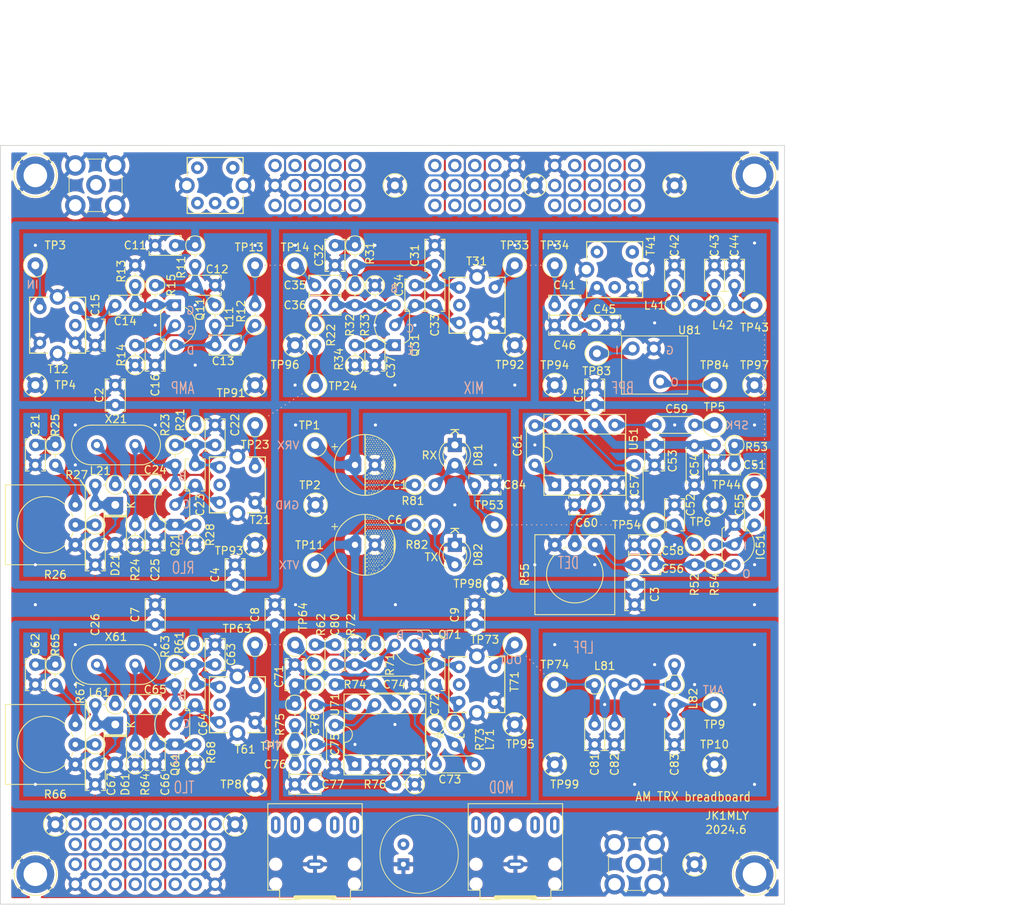
<source format=kicad_pcb>
(kicad_pcb (version 20221018) (generator pcbnew)
  (layers (0 "F.Cu" signal) (31 "B.Cu" signal) (34 "B.Paste" user) (35 "F.Paste" user) (36 "B.SilkS" user "B.Silkscreen") (37 "F.SilkS" user "F.Silkscreen") (38 "B.Mask" user) (39 "F.Mask" user) (44 "Edge.Cuts" user))
  (net 0 "")
  (net 1 "+9V")
  (net 2 "GND")
  (net 3 "Net-(Q11-D)")
  (net 4 "Net-(T12-PR1)")
  (net 5 "Net-(Q11-G)")
  (net 6 "Net-(Q11-S)")
  (net 7 "Net-(T21-PR1)")
  (net 8 "Net-(Q21-C)")
  (net 9 "Net-(Q21-B)")
  (net 10 "Net-(Q21-E)")
  (net 11 "Net-(D21-K)")
  (net 12 "Net-(T31-PR1)")
  (net 13 "Net-(Q31-C)")
  (net 14 "Net-(C35-Pad1)")
  (net 15 "Net-(Q31-B)")
  (net 16 "Net-(C36-Pad1)")
  (net 17 "Net-(Q31-E)")
  (net 18 "Net-(T31-S2)")
  (net 19 "Net-(C43-Pad1)")
  (net 20 "Net-(C44-Pad1)")
  (net 21 "Net-(U51-V+)")
  (net 22 "Net-(IC51-IN)")
  (net 23 "Net-(IC51-OUT)")
  (net 24 "Net-(C56-Pad2)")
  (net 25 "Net-(U51-BYPASS)")
  (net 26 "Net-(C59-Pad1)")
  (net 27 "Net-(C59-Pad2)")
  (net 28 "Net-(U51-+)")
  (net 29 "Net-(C61-Pad1)")
  (net 30 "Net-(C61-Pad2)")
  (net 31 "Net-(L21-Pad1)")
  (net 32 "Net-(T21-S2)")
  (net 33 "Net-(R25-Pad2)")
  (net 34 "Net-(R26-Pad2)")
  (net 36 "Net-(T12-S2)")
  (net 40 "Net-(T41-PR1)")
  (net 43 "Net-(T61-PR1)")
  (net 44 "Net-(Q61-C)")
  (net 45 "Net-(Q61-B)")
  (net 46 "Net-(Q61-E)")
  (net 47 "Net-(D61-K)")
  (net 48 "Net-(C73-Pad1)")
  (net 49 "Net-(U71-V+)")
  (net 50 "Net-(U71-BYPASS)")
  (net 51 "Net-(C76-Pad1)")
  (net 52 "Net-(U71-+)")
  (net 53 "Net-(C78-Pad1)")
  (net 54 "Net-(C78-Pad2)")
  (net 55 "Net-(C80-Pad1)")
  (net 56 "Net-(Q71-B)")
  (net 57 "Net-(T71-S2)")
  (net 58 "Net-(C82-Pad1)")
  (net 59 "Net-(C83-Pad1)")
  (net 60 "Net-(L61-Pad1)")
  (net 61 "Net-(Q71-C)")
  (net 62 "Net-(T61-S2)")
  (net 63 "Net-(R65-Pad2)")
  (net 64 "Net-(R66-Pad2)")
  (net 67 "Net-(R22-Pad2)")
  (net 68 "Net-(R62-Pad1)")
  (net 69 "Net-(R12-Pad2)")
  (net 70 "Net-(C52-Pad1)")
  (net 71 "Net-(C41-Pad1)")
  (net 72 "Net-(C81-Pad1)")
  (net 73 "Net-(C55-Pad1)")
  (net 74 "Net-(U81-IN)")
  (net 75 "Net-(U81-OUT)")
  (net 116 "Net-(T71-PR2)")
  (net 117 "Net-(C73-Pad2)")
  (net 118 "+9VA")
  (net 119 "Net-(D81-A)")
  (net 120 "Net-(D82-A)")
  (net 163 "Net-(C12-Pad1)")
  (net 164 "Net-(C13-Pad1)")
  (footprint "usr-Library:TestPoint_Drill3mm" (layer "F.Cu") (at 180.34 133.35)
    (fp_text reference "Z3" hide)
    (fp_text value "TestPoint")
  )
  (footprint "usr-Library:R_Axial_DIN0207_L6.3mm_D2.2mm_P2.54mm_Vertical" (layer "F.Cu") (at 193.04 91.44 90)
    (fp_text reference "R24")
    (fp_text value "47k")
  )
  (footprint "TestPoint:TestPoint_Loop_D2.50mm_Drill1.0mm" (layer "F.Cu") (at 213.36 104.14)
    (fp_text reference "TP64")
    (fp_text value "TestPoint")
  )
  (footprint "TestPoint:TestPoint_Loop_D2.50mm_Drill1.0mm" (layer "F.Cu") (at 208.28 121.92)
    (fp_text reference "TP8")
    (fp_text value "TestPoint")
  )
  (footprint "usr-Library:C_Disc_P2.54mm" (layer "F.Cu") (at 210.82 101.6 90)
    (fp_text reference "C8")
    (fp_text value "0.1u")
  )
  (footprint "usr-Library:C_Disc_P5.12mm" (layer "F.Cu") (at 264.16 78.82 -90)
    (fp_text reference "C54")
    (fp_text value "10u")
  )
  (footprint "TestPoint:TestPoint_Loop_D2.50mm_Drill1.0mm" (layer "F.Cu") (at 208.28 71.12)
    (fp_text reference "TP91")
    (fp_text value "TestPoint")
  )
  (footprint "usr-Library:C_Disc_P5.12mm" (layer "F.Cu") (at 218.44 114.38 -90)
    (fp_text reference "C75")
    (fp_text value "10u")
  )
  (footprint "usr-Library:R_Axial_DIN0207_L6.3mm_D2.2mm_P2.54mm_Vertical" (layer "F.Cu") (at 233.68 114.3 -90)
    (fp_text reference "L71")
    (fp_text value "10u")
  )
  (footprint "usr-Library:R_Axial_DIN0207_L6.3mm_D2.2mm_P2.54mm_Vertical" (layer "F.Cu") (at 190.5 111.76 180)
    (fp_text reference "L61")
    (fp_text value "10u")
  )
  (footprint "usr-Library:R_Axial_DIN0207_L6.3mm_D2.2mm_P2.54mm_Vertical" (layer "F.Cu") (at 228.6 121.92 180)
    (fp_text reference "R76")
    (fp_text value "100k")
  )
  (footprint "Package_TO_SOT_THT:TO-92_Inline_Wide" (layer "F.Cu") (at 198.12 116.84 90)
    (fp_text reference "Q61")
    (fp_text value "2SC1959")
  )
  (footprint "usr-Library:C_Disc_P2.54mm" (layer "F.Cu") (at 195.58 66.04 -90)
    (fp_text reference "C16")
    (fp_text value "1000p")
  )
  (footprint "usr-Library:univ_04x08" (layer "F.Cu") (at 185.42 132.08 90)
    (fp_text reference "J85" hide)
    (fp_text value "Univ_04x08")
  )
  (footprint "Package_DIP:DIP-8_W7.62mm_Socket" (layer "F.Cu") (at 220.98 119.38 90)
    (fp_text reference "U71")
    (fp_text value "LM386")
  )
  (footprint "LED_THT:LED_D3.0mm" (layer "F.Cu") (at 233.68 91.44 -90)
    (fp_text reference "D82")
    (fp_text value "LED")
  )
  (footprint "TestPoint:TestPoint_Loop_D2.50mm_Drill1.0mm" (layer "F.Cu") (at 182.88 127)
    (fp_text reference "TP86" hide)
    (fp_text value "TestPoint")
  )
  (footprint "usr-Library:coil_7mm" (layer "F.Cu") (at 203.2 45.72 90)
    (fp_text reference "T1" hide)
    (fp_text value "7T50")
  )
  (footprint "TestPoint:TestPoint_Loop_D2.50mm_Drill1.0mm" (layer "F.Cu") (at 215.9 71.12)
    (fp_text reference "TP24")
    (fp_text value "TestPoint")
  )
  (footprint "usr-Library:R_Axial_DIN0207_L6.3mm_D2.2mm_P2.54mm_Vertical" (layer "F.Cu") (at 223.52 58.42 -90)
    (fp_text reference "R33")
    (fp_text value "10k")
  )
  (footprint "usr-Library:univ_03x05" (layer "F.Cu") (at 246.38 45.72 90)
    (fp_text reference "J83" hide)
    (fp_text value "Univ_03x05")
  )
  (footprint "usr-Library:C_Disc_P5.12mm" (layer "F.Cu") (at 223.52 109.22)
    (fp_text reference "C74")
    (fp_text value "10u")
  )
  (footprint "usr-Library:C_Disc_P2.54mm" (layer "F.Cu") (at 180.34 78.74 -90)
    (fp_text reference "C21")
    (fp_text value "0.1u")
  )
  (footprint "usr-Library:C_Disc_P2.54mm" (layer "F.Cu") (at 228.6 58.42 -90)
    (fp_text reference "C34")
    (fp_text value "150p")
  )
  (footprint "TestPoint:TestPoint_Loop_D2.50mm_Drill1.0mm" (layer "F.Cu") (at 226.06 45.72)
    (fp_text reference "TP85" hide)
    (fp_text value "TestPoint")
  )
  (footprint "usr-Library:R_Axial_DIN0207_L6.3mm_D2.2mm_P2.54mm_Vertical" (layer "F.Cu") (at 208.28 63.5 90)
    (fp_text reference "R12")
    (fp_text value "100")
  )
  (footprint "usr-Library:C_Disc_P2.54mm" (layer "F.Cu") (at 271.79 86.35 -90)
    (fp_text reference "C55")
    (fp_text value "0.1u")
  )
  (footprint "usr-Library:C_Disc_P5.12mm" (layer "F.Cu") (at 243.85 81.27 90)
    (fp_text reference "C61")
    (fp_text value "10u")
  )
  (footprint "usr-Library:C_Disc_P2.54mm" (layer "F.Cu") (at 200.66 81.28 -90)
    (fp_text reference "C23")
    (fp_text value "10p")
  )
  (footprint "usr-Library:R_Axial_DIN0207_L6.3mm_D2.2mm_P2.54mm_Vertical" (layer "F.Cu") (at 223.52 104.14 -90)
    (fp_text reference "R71")
    (fp_text value "47k")
  )
  (footprint "usr-Library:R_Axial_DIN0207_L6.3mm_D2.2mm_P2.54mm_Vertical" (layer "F.Cu") (at 215.9 106.68 90)
    (fp_text reference "R62")
    (fp_text value "100")
  )
  (footprint "usr-Library:R_Axial_DIN0207_L6.3mm_D2.2mm_P2.54mm_Vertical" (layer "F.Cu") (at 200.66 53.34 -90)
    (fp_text reference "R11")
    (fp_text value "100")
  )
  (footprint "usr-Library:R_Axial_DIN0207_L6.3mm_D2.2mm_P2.54mm_Vertical" (layer "F.Cu") (at 213.36 111.76 -90)
    (fp_text reference "R75")
    (fp_text value "22k")
  )
  (footprint "TestPoint:TestPoint_Loop_D2.50mm_Drill1.0mm" (layer "F.Cu") (at 241.301 104.14)
    (fp_text reference "TP73")
    (fp_text value "TestPoint")
  )
  (footprint "usr-Library:TestPoint_Drill3mm" (layer "F.Cu") (at 271.78 44.45)
    (fp_text reference "Z1" hide)
    (fp_text value "TestPoint")
  )
  (footprint "usr-Library:C_Disc_P2.54mm" (layer "F.Cu") (at 231.14 58.42 -90)
    (fp_text reference "C33")
    (fp_text value "150p")
  )
  (footprint "usr-Library:R_Axial_DIN0207_L6.3mm_D2.2mm_P2.54mm_Vertical" (layer "F.Cu") (at 193.04 119.38 90)
    (fp_text reference "R64")
    (fp_text value "47k")
  )
  (footprint "TestPoint:TestPoint_Loop_D2.50mm_Drill1.0mm" (layer "F.Cu") (at 213.36 66.04)
    (fp_text reference "TP96")
    (fp_text value "TestPoint")
  )
  (footprint "usr-Library:C_Disc_P2.54mm" (layer "F.Cu") (at 195.58 116.84 -90)
    (fp_text reference "C66")
    (fp_text value "33p")
  )
  (footprint "usr-Library:R_Axial_DIN0207_L6.3mm_D2.2mm_P2.54mm_Vertical" (layer "F.Cu") (at 200.66 119.38 90)
    (fp_text reference "R68")
    (fp_text value "2.2k")
  )
  (footprint "usr-Library:C_Disc_P2.54mm" (layer "F.Cu") (at 261.62 88.89 90)
    (fp_text reference "C52")
    (fp_text value "0.1u")
  )
  (footprint "Package_TO_SOT_THT:TO-92_Inline_Wide" (layer "F.Cu") (at 198.12 60.96 -90)
    (fp_text reference "Q11")
    (fp_text value "BF256B")
  )
  (footprint "usr-Library:C_Disc_P2.54mm" (layer "F.Cu") (at 213.36 106.68 -90)
    (fp_text reference "C71")
    (fp_text value "0.1u")
  )
  (footprint "TestPoint:TestPoint_Loop_D2.50mm_Drill1.0mm" (layer "F.Cu") (at 215.9 78.74 180)
    (fp_text reference "TP1")
    (fp_text value "TestPoint")
  )
  (footprint "usr-Library:C_Disc_P2.54mm" (layer "F.Cu") (at 269.24 58.42 90)
    (fp_text reference "C44")
    (fp_text value "220p")
  )
  (footprint "usr-Library:C_Disc_P2.54mm" (layer "F.Cu") (at 248.93 86.35)
    (fp_text reference "C60")
    (fp_text value "0.1u")
  )
  (footprint "usr-Library:C_Disc_P2.54mm" (layer "F.Cu") (at 203.2 76.2 -90)
    (fp_text reference "C22")
    (fp_text value "1000p")
  )
  (footprint "digikey-footprints:Mic_CMA-4544PF-W" (layer "F.Cu") (at 229.14 130.81 180)
    (fp_text reference "U1" hide)
    (fp_text value "Microphone")
  )
  (footprint "usr-Library:R_Axial_DIN0207_L6.3mm_D2.2mm_P2.54mm_Vertical" (layer "F.Cu") (at 200.66 76.2 -90)
    (fp_text reference "R21")
    (fp_text value "100")
  )
  (footprint "usr-Library:C_Disc_P2.54mm" (layer "F.Cu") (at 231.14 106.68 -90)
    (fp_text reference "C72")
    (fp_text value "15p")
  )
  (footprint "usr-Library:R_Axial_DIN0207_L6.3mm_D2.2mm_P2.54mm_Vertical" (layer "F.Cu") (at 269.24 78.74 180)
    (fp_text reference "R53")
    (fp_text value "10")
  )
  (footprint "usr-Library:C_Disc_P5.12mm" (layer "F.Cu") (at 259.17 76.19)
    (fp_text reference "C59")
    (fp_text value "10u")
  )
  (footprint "" (layer "F.Cu") (at 261.62 106.68)
    (fp_text reference "")
    (fp_text value "")
  )
  (footprint "digikey-footprints:RF_SMA_Vertical_5-1814832-1" (layer "F.Cu") (at 256.54 132.08)
    (fp_text reference "J3" hide)
    (fp_text value "Conn_Coaxial")
  )
  (footprint "usr-Library:R_Axial_DIN0207_L6.3mm_D2.2mm_P2.54mm_Vertical" (layer "F.Cu") (at 215.9 63.5 -90)
    (fp_text reference "R22")
    (fp_text value "100")
  )
  (footprint "TestPoint:TestPoint_Loop_D2.50mm_Drill1.0mm" (layer "F.Cu") (at 243.84 45.72)
    (fp_text reference "TP87" hide)
    (fp_text value "TestPoint")
  )
  (footprint "Diode_THT:D_T-1_P5.08mm_Horizontal" (layer "F.Cu") (at 190.5 86.36 -90)
    (fp_text reference "D21")
    (fp_text value "1SV161")
  )
  (footprint "TestPoint:TestPoint_Loop_D2.50mm_Drill1.0mm" (layer "F.Cu") (at 266.71 76.19 180)
    (fp_text reference "TP5")
    (fp_text value "TestPoint")
  )
  (footprint "Crystal:Crystal_HC49-U_Vertical" (layer "F.Cu") (at 188.16 106.68)
    (fp_text reference "X61")
    (fp_text value "50.1M")
  )
  (footprint "TestPoint:TestPoint_Loop_D2.50mm_Drill1.0mm" (layer "F.Cu") (at 266.7 86.36 180)
    (fp_text reference "TP6")
    (fp_text value "TestPoint")
  )
  (footprint "TestPoint:TestPoint_Loop_D2.50mm_Drill1.0mm" (layer "F.Cu") (at 246.38 119.38)
    (fp_text reference "TP99")
    (fp_text value "TestPoint")
  )
  (footprint "TestPoint:TestPoint_Loop_D2.50mm_Drill1.0mm" (layer "F.Cu") (at 271.79 83.81 180)
    (fp_text reference "TP44")
    (fp_text value "TestPoint")
  )
  (footprint "usr-Library:C_Disc_P2.54mm" (layer "F.Cu") (at 254 114.3 -90)
    (fp_text reference "C82")
    (fp_text value "220p")
  )
  (footprint "usr-Library:R_Axial_DIN0207_L6.3mm_D2.2mm_P2.54mm_Vertical" (layer "F.Cu") (at 264.17 91.43 -90)
    (fp_text reference "R52")
    (fp_text value "47k")
  )
  (footprint "Crystal:Crystal_HC49-U_Vertical" (layer "F.Cu") (at 188.16 78.74)
    (fp_text reference "X21")
    (fp_text value "50.1M")
  )
  (footprint "usr-Library:R_Axial_DIN0207_L6.3mm_D2.2mm_P2.54mm_Vertical" (layer "F.Cu") (at 215.9 109.22)
    (fp_text reference "R74")
    (fp_text value "10")
  )
  (footprint "TestPoint:TestPoint_Loop_D2.50mm_Drill1.0mm" (layer "F.Cu") (at 208.28 76.2)
    (fp_text reference "TP23")
    (fp_text value "TestPoint")
  )
  (footprint "usr-Library:R_Axial_DIN0207_L6.3mm_D2.2mm_P2.54mm_Vertical" (layer "F.Cu") (at 203.2 60.96 -90)
    (fp_text reference "L11")
    (fp_text value "10u")
  )
  (footprint "usr-Library:coil_7mm" (layer "F.Cu") (at 206.03 83.82)
    (fp_text reference "T21")
    (fp_text value "7T50")
  )
  (footprint "usr-Library:C_Disc_P2.54mm" (layer "F.Cu") (at 246.38 60.96)
    (fp_text reference "C41")
    (fp_text value "1000p")
  )
  (footprint "usr-Library:C_Disc_P2.54mm" (layer "F.Cu") (at 200.66 109.22 -90)
    (fp_text reference "C64")
    (fp_text value "10p")
  )
  (footprint "TestPoint:TestPoint_Loop_D2.50mm_Drill1.0mm" (layer "F.Cu") (at 238.76 88.9 180)
    (fp_text reference "TP53")
    (fp_text value "TestPoint")
  )
  (footprint "usr-Library:C_Disc_P2.54mm" (layer "F.Cu") (at 195.58 101.6 90)
    (fp_text reference "C7")
    (fp_text value "0.1u")
  )
  (footprint "usr-Library:C_Disc_P2.54mm" (layer "F.Cu") (at 223.52 66.04 -90)
    (fp_text reference "C37")
    (fp_text value "0.1u")
  )
  (footprint "usr-Library:C_Disc_P2.54mm" (layer "F.Cu") (at 261.62 114.3 -90)
    (fp_text reference "C83")
    (fp_text value "220p")
  )
  (footprint "Package_TO_SOT_THT:TO-92_Inline_Wide" (layer "F.Cu") (at 198.12 88.9 90)
    (fp_text reference "Q21")
    (fp_text value "2SC1959")
  )
  (footprint "usr-Library:CF-3P" (layer "F.Cu") (at 259.0784 68.5718 180)
    (fp_text reference "U81")
    (fp_text value "CF-455")
  )
  (footprint "TestPoint:TestPoint_Loop_D2.50mm_Drill1.0mm" (layer "F.Cu") (at 241.3 66.04)
    (fp_text reference "TP92")
    (fp_text value "TestPoint")
  )
  (footprint "TestPoint:TestPoint_Loop_D2.50mm_Drill1.0mm" (layer "F.Cu") (at 266.7 71.12)
    (fp_text reference "TP84")
    (fp_text value "TestPoint")
  )
  (footprint "usr-Library:C_Disc_P2.54mm" (layer "F.Cu") (at 190.5 73.66 90)
    (fp_text reference "C2")
    (fp_text value "0.1u")
  )
  (footprint "usr-Library:C_Disc_P2.54mm" (layer "F.Cu") (at 236.22 101.6 90)
    (fp_text reference "C9")
    (fp_text value "0.1u")
  )
  (footprint "usr-Library:C_Disc_P2.54mm" (layer "F.Cu") (at 193.04 111.76)
    (fp_text reference "C65")
    (fp_text value "33p")
  )
  (footprint "TestPoint:TestPoint_Loop_D2.50mm_Drill1.0mm" (layer "F.Cu") (at 180.34 55.88)
    (fp_text reference "TP3")
    (fp_text value "TestPoint")
  )
  (footprint "usr-Library:R_Axial_DIN0207_L6.3mm_D2.2mm_P2.54mm_Vertical" (layer "F.Cu") (at 220.98 58.42 -90)
    (fp_text reference "R32")
    (fp_text value "15k")
  )
  (footprint "" (layer "F.Cu") (at 256.54 109.22)
    (fp_text reference "")
    (fp_text value "")
  )
  (footprint "usr-Library:C_Disc_P2.54mm" (layer "F.Cu") (at 205.74 66.04 180)
    (fp_text reference "C13")
    (fp_text value "15p")
  )
  (footprint "usr-Library:C_Disc_P5.12mm" (layer "F.Cu") (at 231.22 119.38)
    (fp_text reference "C73")
    (fp_text value "10u")
  )
  (footprint "usr-Library:R_Axial_DIN0207_L6.3mm_D2.2mm_P2.54mm_Vertical" (layer "F.Cu") (at 182.88 106.68 -90)
    (fp_text reference "R65")
    (fp_text value "100")
  )
  (footprint "usr-Library:R_Axial_DIN0207_L6.3mm_D2.2mm_P2.54mm_Vertical" (layer "F.Cu") (at 266.71 93.97 90)
    (fp_text reference "R54")
    (fp_text value "100k")
  )
  (footprint "LED_THT:LED_D3.0mm" (layer "F.Cu") (at 233.68 78.74 -90)
    (fp_text reference "D81")
    (fp_text value "LED")
  )
  (footprint "usr-Library:C_Disc_P2.54mm" (layer "F.Cu") (at 215.9 60.96)
    (fp_text reference "C36")
    (fp_text value "100p")
  )
  (footprint "usr-Library:R_Axial_DIN0207_L6.3mm_D2.2mm_P2.54mm_Vertical" (layer "F.Cu") (at 193.04 68.58 90)
    (fp_text reference "R14")
    (fp_text value "100")
  )
  (footprint "usr-Library:R_Axial_DIN0207_L6.3mm_D2.2mm_P2.54mm_Vertical" (layer "F.Cu") (at 187.96 88.9 90)
    (fp_text reference "R27")
    (fp_text value "10k")
  )
  (footprint "usr-Library:Potentiometer_1" (layer "F.Cu") (at 246.39 95.24 -90)
    (fp_text reference "R55")
    (fp_text value "10k")
  )
  (footprint "TestPoint:TestPoint_Loop_D2.50mm_Drill1.0mm" (layer "F.Cu") (at 259.08 88.9 180)
    (fp_text reference "TP54")
    (fp_text value "TestPoint")
  )
  (footprint "Package_TO_SOT_THT:TO-92_Inline_Wide" (layer "F.Cu") (at 226.06 66.04 90)
    (fp_text reference "Q31")
    (fp_text value "2SC1959")
  )
  (footprint "TestPoint:TestPoint_Loop_D2.50mm_Drill1.0mm" (layer "F.Cu") (at 251.735 67.085)
    (fp_text reference "TP83")
    (fp_text value "TestPoint")
  )
  (footprint "digikey-footprints:RF_SMA_Vertical_5-1814832-1" (layer "F.Cu") (at 187.96 45.72)
    (fp_text reference "J4" hide)
    (fp_text value "Conn_Coaxial")
  )
  (footprint "usr-Library:C_Disc_P2.54mm" (layer "F.Cu") (at 213.36 119.38)
    (fp_text reference "C76")
    (fp_text value "0.1u")
  )
  (footprint "TestPoint:TestPoint_Loop_D2.50mm_Drill1.0mm" (layer "F.Cu") (at 215.9 93.98 180)
    (fp_text reference "TP11")
    (fp_text value "TestPoint")
  )
  (footprint "usr-Library:R_Axial_DIN0207_L6.3mm_D2.2mm_P2.54mm_Vertical" (layer "F.Cu") (at 193.04 58.42 90)
    (fp_text reference "R13")
    (fp_text value "100k")
  )
  (footprint "usr-Library:CP_Radial_D7.5mm_P2.54mm_dot" (layer "F.Cu") (at 222.25 81.28)
    (fp_text reference "C1")
    (fp_text value "100u")
  )
  (footprint "usr-Library:R_Axial_DIN0207_L6.3mm_D2.2mm_P2.54mm_Vertical" (layer "F.Cu") (at 220.98 68.58 90)
    (fp_text reference "R34")
    (fp_text value "220")
  )
  (footprint "usr-Library:C_Disc_P2.54mm" (layer "F.Cu") (at 236.22 83.82)
    (fp_text reference "C84")
    (fp_text value "0.1u")
  )
  (footprint "usr-Library:C_Disc_P2.54mm" (layer "F.Cu") (at 266.7 58.42 90)
    (fp_text reference "C43")
    (fp_text value "220p")
  )
  (footprint "usr-Library:C_Disc_P2.54mm" (layer "F.Cu") (at 200.66 58.42)
    (fp_text reference "C12")
    (fp_text value "1000p")
  )
  (footprint "Diode_THT:D_T-1_P5.08mm_Horizontal" (layer "F.Cu") (at 190.5 114.3 -90)
    (fp_text reference "D61")
    (fp_text value "1SV161")
  )
  (footprint "Package_TO_SOT_THT:TO-92_Inline_Wide" (layer "F.Cu") (at 269.25 88.89 -90)
    (fp_text reference "IC51")
    (fp_text value "UTC7642")
  )
  (footprint "usr-Library:C_Disc_P2.54mm" (layer "F.Cu") (at 269.24 81.28 180)
    (fp_text reference "C51")
    (fp_text value "0.1u")
  )
  (footprint "usr-Library:R_Axial_DIN0207_L6.3mm_D2.2mm_P2.54mm_Vertical" (layer "F.Cu") (at 228.6 83.82)
    (fp_text reference "R81")
    (fp_text value "1k")
  )
  (footprint "usr-Library:R_Axial_DIN0207_L6.3mm_D2.2mm_P2.54mm_Vertical" (layer "F.Cu") (at 231.14 114.3 -90)
    (fp_text reference "R73")
    (fp_text value "220")
  )
  (footprint "usr-Library:R_Axial_DIN0207_L6.3mm_D2.2mm_P2.54mm_Vertical" (layer "F.Cu") (at 190.5 83.82 180)
    (fp_text reference "L21")
    (fp_text value "10u")
  )
  (footprint "usr-Library:C_Disc_P2.54mm" (layer "F.Cu") (at 205.74 96.52 90)
    (fp_text reference "C4")
    (fp_text value "0.1u")
  )
  (footprint "usr-Library:C_Disc_P2.54mm" (layer "F.Cu") (at 256.55 96.51 -90)
    (fp_text reference "C3")
    (fp_text value "0.1u")
  )
  (footprint "TestPoint:TestPoint_Loop_D2.50mm_Drill1.0mm" (layer "F.Cu") (at 208.28 104.14)
    (fp_text reference "TP63")
    (fp_text value "TestPoint")
  )
  (footprint "usr-Library:R_Axial_DIN0207_L6.3mm_D2.2mm_P2.54mm_Vertical" (layer "F.Cu") (at 200.46 104.14 -90)
    (fp_text reference "R61")
    (fp_text value "100")
  )
  (footprint "usr-Library:univ_03x05" (layer "F.Cu") (at 210.82 45.72 90)
    (fp_text reference "J82" hide)
    (fp_text value "Univ_03x05")
  )
  (footprint "TestPoint:TestPoint_Loop_D2.50mm_Drill1.0mm" (layer "F.Cu") (at 213.36 116.84)
    (fp_text reference "TP7")
    (fp_text value "TestPoint")
  )
  (footprint "usr-Library:CP_Radial_D7.5mm_P2.54mm_dot" (layer "F.Cu") (at 222.25 91.44)
    (fp_text reference "C6")
    (fp_text value "100u")
  )
  (footprint "usr-Library:R_Axial_DIN0207_L6.3mm_D2.2mm_P2.54mm_Vertical" (layer "F.Cu") (at 228.6 88.9)
    (fp_text reference "R82")
    (fp_text value "1k")
  )
  (footprint "usr-Library:R_Axial_DIN0207_L6.3mm_D2.2mm_P2.54mm_Vertical" (layer "F.Cu") (at 266.7 60.96)
    (fp_text reference "L42")
    (fp_text value "15u")
  )
  (footprint "TestPoint:TestPoint_Loop_D2.50mm_Drill1.0mm" (layer "F.Cu") (at 241.3 114.3)
    (fp_text reference "TP95")
    (fp_text value "TestPoint")
  )
  (footprint "usr-Library:R_Axial_DIN0207_L6.3mm_D2.2mm_P2.54mm_Vertical" (layer "F.Cu") (at 220.98 104.14 -90)
    (fp_text reference "R72")
    (fp_text value "47k")
  )
  (footprint "usr-Library:C_Disc_P2.54mm" (layer "F.Cu") (at 187.96 63.5 -90)
    (fp_text reference "C15")
    (fp_text value "15p")
  )
  (footprint "TestPoint:TestPoint_Loop_D2.50mm_Drill1.0mm" (layer "F.Cu") (at 271.78 71.12)
    (fp_text reference "TP97")
    (fp_text value "TestPoint")
  )
  (footprint "TestPoint:TestPoint_Loop_D2.50mm_Drill1.0mm" (layer "F.Cu") (at 208.28 55.881)
    (fp_text reference "TP13")
    (fp_text value "TestPoint")
  )
  (footprint "usr-Library:R_Axial_DIN0207_L6.3mm_D2.2mm_P2.54mm_Vertical" (layer "F.Cu") (at 198.12 106.68 -90)
    (fp_text reference "R63")
    (fp_text value "47k")
  )
  (footprint "usr-Library:coil_7mm" (layer "F.Cu") (at 236.474 109.22)
    (fp_text reference "T71")
    (fp_text value "7S50")
  )
  (footprint "usr-Library:C_Disc_P2.54mm" (layer "F.Cu") (at 187.96 119.38 -90)
    (fp_text reference "C67")
    (fp_text value "5p")
  )
  (footprint "usr-Library:coil_7mm" (layer "F.Cu") (at 254 56.4346 90)
    (fp_text reference "T41")
    (fp_text value "7S1R0")
  )
  (footprint "usr-Library:C_Disc_P2.54mm" (layer "F.Cu") (at 256.54 91.44)
    (fp_text reference "C58")
    (fp_text value "0.1u")
  )
  (footprint "usr-Library:C_Disc_P2.54mm" (layer "F.Cu") (at 215.9 58.42)
    (fp_text reference "C35")
    (fp_text value "100p")
  )
  (footprint "usr-Library:R_Axial_DIN0207_L6.3mm_D2.2mm_P2.54mm_Vertical" (layer "F.Cu") (at 261.62 60.96)
    (fp_text reference "L41")
    (fp_text value "15u")
  )
  (footprint "usr-Library:C_Disc_P2.54mm" (layer "F.Cu") (at 203.2 104.14 -90)
    (fp_text reference "C63")
    (fp_text value "1000p")
  )
  (footprint "usr-Library:C_Disc_P2.54mm" (layer "F.Cu") (at 218.44 53.34 -90)
    (fp_text reference "C32")
    (fp_text value "0.1u")
  )
  (footprint "TestPoint:TestPoint_Loop_D2.50mm_Drill1.0mm" (layer "F.Cu") (at 241.3 55.88)
    (fp_text reference "TP33")
    (fp_text value "TestPoint")
  )
  (footprint "usr-Library:C_Disc_P5.12mm" (layer "F.Cu") (at 215.9 116.84 90)
    (fp_text reference "C78")
    (fp_text value "10u")
  )
  (footprint "usr-Library:C_Disc_P2.54mm" (layer "F.Cu") (at 251.46 114.3 -90)
    (fp_text reference "C81")
    (fp_text value "220p")
  )
  (footprint "usr-Library:coil_7mm" (layer "F.Cu") (at 206.03 111.7854)
    (fp_text reference "T61")
    (fp_text value "7T50")
  )
  (footprint "TestPoint:TestPoint_Loop_D2.50mm_Drill1.0mm" (layer "F.Cu") (at 266.7 119.38)
    (fp_text reference "TP10")
    (fp_text value "TestPoint")
  )
  (footprint "usr-Library:C_Disc_P2.54mm" (layer "F.Cu") (at 190.5 60.96)
    (fp_text reference "C14")
    (fp_text value "1000p")
  )
  (footprint "TestPoint:TestPoint_Loop_D2.50mm_Drill1.0mm" (layer "F.Cu") (at 205.74 127)
    (fp_text reference "TP82" hide)
    (fp_text value "TestPoint")
  )
  (footprint "usr-Library:R_Axial_DIN0207_L6.3mm_D2.2mm_P2.54mm_Vertical" (layer "F.Cu") (at 195.58 58.42 -90)
    (fp_text reference "R15")
    (fp_text value "100k")
  )
  (footprint "usr-Library:C_Disc_P2.54mm" (layer "F.Cu") (at 251.46 73.66 90)
    (fp_text reference "C5")
    (fp_text value "0.1u")
  )
  (footprint "usr-Library:R_Axial_DIN0207_L6.3mm_D2.2mm_P2.54mm_Vertical" (layer "F.Cu") (at 198.12 78.74 -90)
    (fp_text reference "R23")
    (fp_text value "47k")
  )
  (footprint "TestPoint:TestPoint_Loop_D2.50mm_Drill1.0mm" (layer "F.Cu") (at 238.82 96.52 180)
    (fp_text reference "TP98")
    (fp_text value "TestPoint")
  )
  (footprint "usr-Library:R_Axial_DIN0207_L6.3mm_D2.2mm_P2.54mm_Vertical" (layer "F.Cu") (at 182.88 78.74 -90)
    (fp_text reference "R25")
    (fp_text value "100")
  )
  (footprint "Connector_Audio:Jack_3.5mm_CUI_SJ1-3525N_Horizontal" (layer "F.Cu") (at 215.9 132.08)
    (fp_text reference "J1" hide)
    (fp_text value "AudioJack2_Ground")
  )
  (footprint "usr-Library:C_Disc_P2.54mm" (layer "F.Cu") (at 248.92 63.5 180)
    (fp_text reference "C46")
    (fp_text value "150p")
  )
  (footprint "usr-Library:C_Disc_P2.54mm" (layer "F.Cu") (at 261.62 58.42 90)
    (fp_text reference "C42")
    (fp_text value "220p")
  )
  (footprint "usr-Library:TestPoint_Drill3mm" (layer "F.Cu") (at 180.34 44.45)
    (fp_text reference "Z4" hide)
    (fp_text value "TestPoint")
  )
  (footprint "TestPoint:TestPoint_Loop_D2.50mm_Drill1.0mm" (layer "F.Cu") (at 264.16 132.08)
    (fp_text reference "TP88" hide)
    (fp_text value "TestPoint")
  )
  (footprint "usr-Library:C_Disc_P2.54mm" (layer "F.Cu") (at 259.09 93.97 180)
    (fp_text reference "C56")
    (fp_text value "0.1u")
  )
  (footprint "usr-Library:C_Disc_P2.54mm" (layer "F.Cu") (at 259.08 78.74 -90)
    (fp_text reference "C53")
    (fp_text value "0.1u")
  )
  (footprint "TestPoint:TestPoint_Loop_D2.50mm_Drill1.0mm" (layer "F.Cu") (at 180.34 71.12)
    (fp_text reference "TP4")
    (fp_text value "TestPoint")
  )
  (footprint "usr-Library:C_Disc_P2.54mm" (layer "F.Cu") (at 231.14 55.88 90)
    (fp_text reference "C31")
    (fp_text value "1000p")
  )
  (footprint "usr-Library:C_Disc_P2.54mm" (layer "F.Cu") (at 198.12 53.34 180)
    (fp_text reference "C11")
    (fp_text value "0.1u")
  )
  (footprint "TestPoint:TestPoint_Loop_D2.50mm_Drill1.0mm" (layer "F.Cu") (at 213.36 55.88)
    (fp_text reference "TP14")
    (fp_text value "TestPoint")
  )
  (footprint "usr-Library:C_Disc_P2.54mm" (layer "F.Cu") (at 193.04 83.82)
    (fp_text reference "C24")
    (fp_text value "33p")
  )
  (footprint "usr-Library:R_Axial_DIN0207_L6.3mm_D2.2mm_P2.54mm_Vertical" (layer "F.Cu") (at 200.66 91.44 90)
    (fp_text reference "R28")
    (fp_text value "2.2k")
  )
  (footprint "TestPoint:TestPoint_Loop_D2.50mm_Drill1.0mm" (layer "F.Cu") (at 246.38 55.88)
    (fp_text reference "TP34")
    (fp_text value "TestPoint")
  )
  (footprint "usr-Library:univ_03x05" (layer "F.Cu") (at 231.14 45.72 90)
    (fp_text reference "J81" hide)
    (fp_text value "Univ_03x05")
  )
  (footprint "usr-Library:Potentiometer_1" (layer "F.Cu") (at 181.61 86.36 180)
    (fp_text reference "R26")
    (fp_text value "1k")
  )
  (footprint "usr-Library:C_Disc_P5.12mm" (layer "F.Cu") (at 256.54 81.35 -90)
    (fp_text reference "C57")
    (fp_text value "10u")
  )
  (footprint "usr-Library:R_Axial_DIN0207_L6.3mm_D2.2mm_P2.54mm_Vertical" (layer "F.Cu") (at 251.46 109.22)
    (fp_text reference "L81")
    (fp_text value "15u")
  )
  (footprint "TestPoint:TestPoint_Loop_D2.50mm_Drill1.0mm" (layer "F.Cu") (at 208.28 91.44)
    (fp_text reference "TP93")
    (fp_text value "TestPoint")
  )
  (footprint "Package_DIP:DIP-8_W7.62mm_Socket" (layer "F.Cu") (at 246.39 83.81 90)
    (fp_text reference "U51")
    (fp_text value "LM386")
  )
  (footprint "TestPoint:TestPoint_Loop_D2.50mm_Drill1.0mm" (layer "F.Cu") (at 266.7 111.76)
    (fp_text reference "TP9")
    (fp_text value "TestPoint")
  )
  (footprint "usr-Library:Potentiometer_1" (layer "F.Cu") (at 181.61 114.3 180)
    (fp_text reference "R66")
    (fp_text value "1k")
  )
  (footprint "usr-Library:R_Axial_DIN0207_L6.3mm_D2.2mm_P2.54mm_Vertical" (layer "F.Cu") (at 261.62 109.22 -90)
    (fp_text reference "L82")
    (fp_text value "15u")
  )
  (footprint "usr-Library:C_Disc_P2.54mm" (layer "F.Cu") (at 215.9 121.92 180)
    (fp_text reference "C77")
    (fp_text value "1000p")
  )
  (footprint "Connector_Audio:Jack_3.5mm_CUI_SJ1-3525N_Horizontal" (layer "F.Cu") (at 241.38 132.08)
    (fp_text reference "J2" hide)
    (fp_text value "AudioJack2_Ground")
  )
  (footprint "usr-Library:R_Axial_DIN0207_L6.3mm_D2.2mm_P2.54mm_Vertical" (layer "F.Cu") (at 220.98 53.34 -90)
    (fp_text reference "R31")
    (fp_text value "100")
  )
  (footprint "TestPoint:TestPoint_Loop_D2.50mm_Drill1.0mm" (layer "F.Cu") (at 246.38 109.22)
    (fp_text reference "TP74")
    (fp_text value "TestPoint")
  )
  (footprint "TestPoint:TestPoint_Loop_D2.50mm_Drill1.0mm" (layer "F.Cu") (at 246.38 71.12)
    (fp_text reference "TP94")
    (fp_text value "TestPoint")
  )
  (footprint "usr-Library:TestPoint_Drill3mm" (layer "F.Cu") (at 271.78 133.35)
    (fp_text reference "Z2" hide)
    (fp_text value "TestPoint")
  )
  (footprint "TestPoint:TestPoint_Loop_D2.50mm_Drill1.0mm" (layer "F.Cu") (at 261.62 45.72)
    (fp_text reference "TP81" hide)
    (fp_text value "TestPoint")
  )
  (footprint "usr-Library:C_Disc_P2.54mm" (layer "F.Cu") (at 187.96 91.44 -90)
    (fp_text reference "C26")
    (fp_text value "5p")
  )
  (footprint "TestPoint:TestPoint_Loop_D2.50mm_Drill1.0mm" (layer "F.Cu") (at 215.959 86.36 180)
    (fp_text reference "TP2")
    (fp_text value "TestPoint")
  )
  (footprint "usr-Library:C_Disc_P2.54mm" (layer "F.Cu") (at 180.34 106.68 -90)
    (fp_text reference "C62")
    (fp_text value "0.1u")
  )
  (footprint "usr-Library:C_Disc_P2.54mm" (layer "F.Cu") (at 195.58 88.9 -90)
    (fp_text reference "C25")
    (fp_text value "33p")
  )
  (footprint "TestPoint:TestPoint_Loop_D2.50mm_Drill1.0mm" (layer "F.Cu") (at 271.78 60.96)
    (fp_text reference "TP43")
    (fp_text value "TestPoint")
  )
  (footprint "usr-Library:C_Disc_P2.54mm" (layer "F.Cu") (at 251.46 63.5)
    (fp_text reference "C45")
    (fp_text value "150p")
  )
  (footprint "usr-Library:R_Axial_DIN0207_L6.3mm_D2.2mm_P2.54mm_Vertical" (layer "F.Cu") (at 187.96 116.84 90)
    (fp_text reference "R67")
    (fp_text value "10k")
  )
  (footprint "Package_TO_SOT_THT:TO-92_Inline_Wide" (layer "F.Cu") (at 231.14 104.14 180)
    (fp_text reference "Q71")
    (fp_text value "2SC1959")
  )
  (footprint "usr-Library:C_Disc_P2.54mm" (layer "F.Cu") (at 218.44 104.14 -90)
    (fp_text reference "C80")
    (fp_text value "1000p")
  )
  (footprint "usr-Library:coil_7mm" (layer "F.Cu") (at 183.17 63.5 180)
    (fp_text reference "T12")
    (fp_text value "7S50")
  )
  (footprint "usr-Library:coil_7mm" (layer "F.Cu") (at 236.51 60.96)
    (fp_text reference "T31")
    (fp_text value "7S1R0")
  )
  (gr_line (start 242.316 105.156) (end 245.491 108.331) (stroke (width 0.15) (type dot)) (layer "B.SilkS"))
  (gr_line (start 209.4865 75.3745) (end 214.6935 71.9455) (stroke (width 0.15) (type dot)) (layer "B.SilkS"))
  (gr_line (start 209.55 104.14) (end 212.09 104.14) (stroke (width 0.15) (type dot)) (layer "B.SilkS"))
  (gr_line (start 273.05 62.23) (end 273.05 82.55) (stroke (width 0.15) (type dot)) (layer "B.SilkS"))
  (gr_line (start 209.55 55.88) (end 212.09 55.88) (stroke (width 0.15) (type dot)) (layer "B.SilkS"))
  (gr_line (start 242.697 55.88) (end 245.11 55.88) (stroke (width 0.15) (type dot)) (layer "B.SilkS"))
  (gr_line (start 240.284 88.9) (end 257.81 88.9) (stroke (width 0.15) (type dot)) (layer "B.SilkS"))
  (gr_line (start 187.325 113.665) (end 186.69 111.125) (stroke (width 0.15)) (layer "F.SilkS"))
  (gr_line (start 186.055 83.185) (end 187.325 85.09) (stroke (width 0.15)) (layer "F.SilkS"))
  (gr_line (start 275.59 137.16) (end 175.895 137.16) (stroke (width 0.1)) (layer "Edge.Cuts"))
  (gr_line (start 175.895 40.64) (end 275.59 40.64) (stroke (width 0.1)) (layer "Edge.Cuts"))
  (gr_line (start 175.895 137.16) (end 175.895 40.64) (stroke (width 0.1)) (layer "Edge.Cuts"))
  (gr_line (start 275.59 40.64) (end 275.59 137.16) (stroke (width 0.1)) (layer "Edge.Cuts"))
  (gr_text "GND" (at 213.995 86.995) (layer "B.SilkS") (effects (font (size 1 1)) (justify left bottom mirror)))
  (gr_text "D" (at 200.66 67.31) (layer "B.SilkS") (effects (font (size 1 1)) (justify left bottom mirror)))
  (gr_text "DET" (at 249.555 94.615) (layer "B.SilkS") (effects (font (size 1.5 1)) (justify left bottom mirror)))
  (gr_text "RLO" (at 200.66 95.25) (layer "B.SilkS") (effects (font (size 1.5 1)) (justify left bottom mirror)))
  (gr_text "B" (at 199.644 111.252) (layer "B.SilkS") (effects (font (size 1 1)) (justify left bottom mirror)))
  (gr_text "AMP" (at 200.66 72.39) (layer "B.SilkS") (effects (font (size 1.5 1)) (justify left bottom mirror)))
  (gr_text "OUT" (at 242.316 106.68) (layer "B.SilkS") (effects (font (size 1 1)) (justify left bottom mirror)))
  (gr_text "VTX" (at 213.995 94.615) (layer "B.SilkS") (effects (font (size 1 1)) (justify left bottom mirror)))
  (gr_text "B" (at 227.33 103.505) (layer "B.SilkS") (effects (font (size 1 1)) (justify left bottom mirror)))
  (gr_text "VRX" (at 213.995 79.375) (layer "B.SilkS") (effects (font (size 1 1)) (justify left bottom mirror)))
  (gr_text "TLO" (at 200.66 123.19) (layer "B.SilkS") (effects (font (size 1.5 1)) (justify left bottom mirror)))
  (gr_text "O" (at 270.129 94.478 180) (layer "B.SilkS") (effects (font (size 1 1)) (justify left bottom mirror)))
  (gr_text "I" (at 254.635 67.31) (layer "B.SilkS") (effects (font (size 1 1)) (justify left bottom mirror)))
  (gr_text "MOD" (at 241.3 123.19) (layer "B.SilkS") (effects (font (size 1.5 1)) (justify left bottom mirror)))
  (gr_text "LPF" (at 251.46 105.41) (layer "B.SilkS") (effects (font (size 1.5 1)) (justify left bottom mirror)))
  (gr_text "C" (at 200.152 114.808) (layer "B.SilkS") (effects (font (size 1 1)) (justify left bottom mirror)))
  (gr_text "BPF" (at 256.54 72.39) (layer "B.SilkS") (effects (font (size 1.5 1)) (justify left bottom mirror)))
  (gr_text "SPK" (at 271.145 76.835) (layer "B.SilkS") (effects (font (size 1 1)) (justify left bottom mirror)))
  (gr_text "C" (at 200.152 86.868) (layer "B.SilkS") (effects (font (size 1 1)) (justify left bottom mirror)))
  (gr_text "IN" (at 180.848 58.928) (layer "B.SilkS") (effects (font (size 1 1)) (justify left bottom mirror)))
  (gr_text "MIC" (at 212.09 117.475) (layer "B.SilkS") (effects (font (size 1 1)) (justify left bottom mirror)))
  (gr_text "B" (at 226.568 59.436) (layer "B.SilkS") (effects (font (size 1 1)) (justify left bottom mirror)))
  (gr_text "E" (at 199.39 91.44) (layer "B.SilkS") (effects (font (size 1 1)) (justify left bottom mirror)))
  (gr_text "S" (at 200.66 64.77) (layer "B.SilkS") (effects (font (size 1 1)) (justify left bottom mirror)))
  (gr_text "G" (at 200.66 62.23) (layer "B.SilkS") (effects (font (size 1 1)) (justify left bottom mirror)))
  (gr_text "MIX" (at 237.49 72.39) (layer "B.SilkS") (effects (font (size 1.5 1)) (justify left bottom mirror)))
  (gr_text "E" (at 198.628 119.38) (layer "B.SilkS") (effects (font (size 1 1)) (justify left bottom mirror)))
  (gr_text "B" (at 199.644 83.312) (layer "B.SilkS") (effects (font (size 1 1)) (justify left bottom mirror)))
  (gr_text "C" (at 229.87 103.505) (layer "B.SilkS") (effects (font (size 1 1)) (justify left bottom mirror)))
  (gr_text "I" (at 270.266 90.922 180) (layer "B.SilkS") (effects (font (size 1 1)) (justify left bottom mirror)))
  (gr_text "E" (at 228.6 67.31) (layer "B.SilkS") (effects (font (size 1 1)) (justify left bottom mirror)))
  (gr_text "E" (at 233.045 103.505) (layer "B.SilkS") (effects (font (size 1 1)) (justify left bottom mirror)))
  (gr_text "ANT" (at 267.97 110.49) (layer "B.SilkS") (effects (font (size 1 1)) (justify left bottom mirror)))
  (gr_text "C" (at 228.6 64.516) (layer "B.SilkS") (effects (font (size 1 1)) (justify left bottom mirror)))
  (gr_text "L" (at 234.95 116.205 90) (layer "F.SilkS") (effects (font (size 0.8 0.8)) (justify left bottom)))
  (gr_text "TX" (at 229.743 93.599) (layer "F.SilkS") (effects (font (size 1 1)) (justify left bottom)))
  (gr_text "2024.6" (at 265.43 128.27) (layer "F.SilkS") (effects (font (size 1 1)) (justify left bottom)))
  (gr_text "K" (at 233.045 76.454 -90) (layer "F.SilkS") (effects (font (size 1 1)) (justify left bottom)))
  (gr_text "RX" (at 229.362 80.645) (layer "F.SilkS") (effects (font (size 1 1)) (justify left bottom)))
  (gr_text "AM TRX breadboard" (at 256.54 124.206) (layer "F.SilkS") (effects (font (size 1.2 1)) (justify left bottom)))
  (gr_text "JK1MLY" (at 265.43 126.492) (layer "F.SilkS") (effects (font (size 1 1)) (justify left bottom)))
  (gr_text "K" (at 233.045 89.027 -90) (layer "F.SilkS") (effects (font (size 1 1)) (justify left bottom)))
  (gr_text "R" (at 232.41 116.205 90) (layer "F.SilkS") (effects (font (size 0.8 0.8)) (justify left bottom)))
  (segment (start 210.82 91.44) (end 210.82 96.52) (width 1) (layer "B.Cu") (net 1))
  (segment (start 200.66 50.8) (end 210.82 50.8) (width 1) (layer "B.Cu") (net 1))
  (segment (start 220.98 81.28) (end 220.98 73.66) (width 1) (layer "B.Cu") (net 1))
  (segment (start 182.88 73.66) (end 200.66 73.66) (width 1) (layer "B.Cu") (net 1))
  (segment (start 228.66 83.82) (end 222.056 83.82) (width 0.25) (layer "B.Cu") (net 1))
  (segment (start 220.98 53.34) (end 218.44 53.34) (width 1) (layer "B.Cu") (net 1))
  (segment (start 210.82 73.66) (end 210.82 91.44) (width 1) (layer "B.Cu") (net 1))
  (segment (start 220.98 50.8) (end 243.84 50.8) (width 1) (layer "B.Cu") (net 1))
  (segment (start 243.84 50.8) (end 243.84 73.66) (width 1) (layer "B.Cu") (net 1))
  (segment (start 210.82 50.8) (end 220.98 50.8) (width 1) (layer "B.Cu") (net 1))
  (segment (start 221.04 82.804) (end 221.04 81.28) (width 0.25) (layer "B.Cu") (net 1))
  (segment (start 220.98 50.8) (end 220.98 53.34) (width 1) (layer "B.Cu") (net 1))
  (segment (start 177.8 96.52) (end 210.82 96.52) (width 1) (layer "B.Cu") (net 1))
  (segment (start 241.3 96.52) (end 241.3 73.66) (width 1) (layer "B.Cu") (net 1))
  (segment (start 269.25 78.73) (end 269.24 78.74) (width 1) (layer "B.Cu") (net 1))
  (segment (start 269.24 78.74) (end 269.24 81.28) (width 1) (layer "B.Cu") (net 1))
  (segment (start 274.32 73.66) (end 274.32 63.5) (width 1) (layer "B.Cu") (net 1))
  (segment (start 182.88 78.74) (end 180.34 78.74) (width 1) (layer "B.Cu") (net 1))
  (segment (start 243.84 50.8) (end 274.32 50.8) (width 1) (layer "B.Cu") (net 1))
  (segment (start 210.82 73.66) (end 220.98 73.66) (width 1) (layer "B.Cu") (net 1))
  (segment (start 261.62 73.66) (end 274.32 73.66) (width 1) (layer "B.Cu") (net 1))
  (segment (start 200.66 50.8) (end 200.66 53.34) (width 1) (layer "B.Cu") (net 1))
  (segment (start 274.32 73.66) (end 274.32 96.52) (width 1) (layer "B.Cu") (net 1))
  (segment (start 177.8 73.66) (end 177.8 96.52) (width 1) (layer "B.Cu") (net 1))
  (segment (start 200.66 53.34) (end 198.12 53.34) (width 1) (layer "B.Cu") (net 1))
  (segment (start 243.84 73.66) (end 261.62 73.66) (width 1) (layer "B.Cu") (net 1))
  (segment (start 177.8 50.8) (end 177.8 73.66) (width 1) (layer "B.Cu") (net 1))
  (segment (start 220.98 73.66) (end 241.3 73.66) (width 1) (layer "B.Cu") (net 1))
  (segment (start 274.33 78.73) (end 269.25 78.73) (width 1) (layer "B.Cu") (net 1))
  (segment (start 241.3 73.66) (end 243.84 73.66) (width 1) (layer "B.Cu") (net 1))
  (segment (start 177.8 73.66) (end 182.88 73.66) (width 1) (layer "B.Cu") (net 1))
  (segment (start 218.44 81.28) (end 220.98 81.28) (width 1) (layer "B.Cu") (net 1))
  (segment (start 177.8 50.8) (end 200.66 50.8) (width 1) (layer "B.Cu") (net 1))
  (segment (start 274.32 63.5) (end 274.32 50.8) (width 1) (layer "B.Cu") (net 1))
  (segment (start 182.88 73.66) (end 182.88 78.74) (width 1) (layer "B.Cu") (net 1))
  (segment (start 274.32 96.52) (end 241.3 96.52) (width 1) (layer "B.Cu") (net 1))
  (segment (start 215.9 78.74) (end 218.44 81.28) (width 1) (layer "B.Cu") (net 1))
  (segment (start 200.66 73.66) (end 210.82 73.66) (width 1) (layer "B.Cu") (net 1))
  (segment (start 222.056 83.82) (end 221.04 82.804) (width 0.25) (layer "B.Cu") (net 1))
  (segment (start 210.82 50.8) (end 210.82 73.66) (width 1) (layer "B.Cu") (net 1))
  (segment (start 200.66 73.66) (end 200.66 76.2) (width 1) (layer "B.Cu") (net 1))
  (segment (start 196.85 82.55) (end 201.93 82.55) (width 0.25) (layer "F.Cu") (net 2))
  (segment (start 212.145 113.085) (end 217.115 113.085) (width 0.25) (layer "F.Cu") (net 2))
  (segment (start 270.575 82.485) (end 272.985 82.485) (width 0.25) (layer "F.Cu") (net 2))
  (segment (start 213.995 62.23) (end 217.17 62.23) (width 0.25) (layer "F.Cu") (net 2))
  (segment (start 204.47 64.77) (end 205.105 64.77) (width 0.25) (layer "F.Cu") (net 2))
  (segment (start 234.95 41.91) (end 234.95 50.165) (width 0.25) (layer "F.Cu") (net 2))
  (segment (start 214.63 41.91) (end 214.63 50.165) (width 0.25) (layer "F.Cu") (net 2))
  (segment (start 191.77 135.89) (end 191.77 125.095) (width 0.25) (layer "F.Cu") (net 2))
  (segment (start 214.63 107.95) (end 214.63 113.03) (width 0.25) (layer "F.Cu") (net 2))
  (segment (start 201.93 133.35) (end 201.93 125.095) (width 0.25) (layer "F.Cu") (net 2))
  (segment (start 196.85 125.095) (end 196.85 135.89) (width 0.25) (layer "F.Cu") (net 2))
  (segment (start 214.63 120.65) (end 217.17 120.65) (width 0.25) (layer "F.Cu") (net 2))
  (segment (start 201.93 110.49) (end 196.85 110.49) (width 0.25) (layer "F.Cu") (net 2))
  (segment (start 247.65 44.45) (end 247.65 49.53) (width 0.25) (layer "F.Cu") (net 2))
  (segment (start 250.19 41.91) (end 250.19 50.165) (width 0.25) (layer "F.Cu") (net 2))
  (segment (start 219.71 105.41) (end 219.71 107.95) (width 0.25) (layer "F.Cu") (net 2))
  (segment (start 272.985 82.485) (end 273.05 82.55) (width 0.25) (layer "F.Cu") (net 2))
  (segment (start 196.85 64.77) (end 204.47 64.77) (width 0.25) (layer "F.Cu") (net 2))
  (segment (start 270.51 80.01) (end 270.51 77.47) (width 0.25) (layer "F.Cu") (net 2))
  (segment (start 270.51 82.55) (end 270.575 82.485) (width 0.25) (layer "F.Cu") (net 2))
  (segment (start 212.09 113.03) (end 212.145 113.085) (width 0.25) (layer "F.Cu") (net 2))
  (segment (start 186.69 133.35) (end 186.69 125.095) (width 0.25) (layer "F.Cu") (net 2))
  (segment (start 194.31 57.15) (end 194.31 67.31) (width 0.25) (layer "F.Cu") (net 2))
  (segment (start 219.71 57.15) (end 221.615 57.15) (width 0.25) (layer "F.Cu") (net 2))
  (segment (start 212.09 44.45) (end 212.09 41.91) (width 0.25) (layer "F.Cu") (net 2))
  (segment (start 252.73 41.91) (end 252.73 50.165) (width 0.25) (layer "F.Cu") (net 2))
  (segment (start 232.41 41.91) (end 232.41 50.165) (width 0.25) (layer "F.Cu") (net 2))
  (segment (start 217.115 113.085) (end 217.17 113.03) (width 0.25) (layer "F.Cu") (net 2))
  (segment (start 214.63 105.41) (end 219.71 105.41) (width 0.25) (layer "F.Cu") (net 2))
  (segment (start 226.695 59.69) (end 232.41 59.69) (width 0.25) (layer "F.Cu") (net 2))
  (segment (start 217.17 41.91) (end 217.17 49.53) (width 0.25) (layer "F.Cu") (net 2))
  (segment (start 237.49 41.91) (end 237.49 50.165) (width 0.25) (layer "F.Cu") (net 2))
  (segment (start 214.63 59.69) (end 222.25 59.69) (width 0.25) (layer "F.Cu") (net 2))
  (segment (start 183.515 130.81) (end 205.74 130.81) (width 0.25) (layer "F.Cu") (net 2))
  (segment (start 240.03 44.45) (end 240.03 50.165) (width 0.25) (layer "F.Cu") (net 2))
  (segment (start 219.71 41.91) (end 219.71 49.53) (width 0.25) (layer "F.Cu") (net 2))
  (segment (start 273.05 92.71) (end 254 92.71) (width 0.25) (layer "F.Cu") (net 2))
  (segment (start 255.27 41.91) (end 255.27 50.165) (width 0.25) (layer "F.Cu") (net 2))
  (segment (start 212.09 46.99) (end 212.09 50.165) (width 0.25) (layer "F.Cu") (net 2))
  (via (at 220.98 116.84) (size 0.8) (drill 0.4) (layers "F.Cu" "B.Cu") (net 2))
  (via (at 223.58 76.2) (size 0.8) (drill 0.4) (layers "F.Cu" "B.Cu") (net 2))
  (via (at 213.36 53.34) (size 0.8) (drill 0.4) (layers "F.Cu" "B.Cu") (net 2))
  (via (at 261.63 76.19) (size 0.8) (drill 0.4) (layers "F.Cu" "B.Cu") (net 2))
  (via (at 185.42 109.22) (size 0.8) (drill 0.4) (layers "F.Cu" "B.Cu") (net 2))
  (via (at 264.16 109.22) (size 0.8) (drill 0.4) (layers "F.Cu" "B.Cu") (net 2))
  (via (at 228.6 63.5) (size 0.8) (drill 0.4) (layers "F.Cu" "B.Cu") (net 2))
  (via (at 180.34 99.06) (size 0.8) (drill 0.4) (layers "F.Cu" "B.Cu") (net 2))
  (via (at 200.66 86.36) (size 0.8) (drill 0.4) (layers "F.Cu" "B.Cu") (net 2))
  (via (at 238.82 81.28) (size 0.8) (drill 0.4) (layers "F.Cu" "B.Cu") (net 2))
  (via (at 195.58 104.14) (size 0.8) (drill 0.4) (layers "F.Cu" "B.Cu") (net 2))
  (via (at 261.62 91.44) (size 0.8) (drill 0.4) (layers "F.Cu" "B.Cu") (net 2))
  (via (at 180.34 53.34) (size 0.8) (drill 0.4) (layers "F.Cu" "B.Cu") (net 2))
  (via (at 213.36 71.12) (size 0.8) (drill 0.4) (layers "F.Cu" "B.Cu") (net 2))
  (via (at 243.84 93.98) (size 0.8) (drill 0.4) (layers "F.Cu" "B.Cu") (net 2))
  (via (at 243.85 78.73) (size 0.8) (drill 0.4) (layers "F.Cu" "B.Cu") (net 2))
  (via (at 180.34 93.98) (size 0.8) (drill 0.4) (layers "F.Cu" "B.Cu") (net 2))
  (via (at 271.78 81.28) (size 0.8) (drill 0.4) (layers "F.Cu" "B.Cu") (net 2))
  (via (at 256.54 121.92) (size 0.8) (drill 0.4) (layers "F.Cu" "B.Cu") (net 2))
  (via (at 246.38 104.14) (size 0.8) (drill 0.4) (layers "F.Cu" "B.Cu") (net 2))
  (via (at 195.58 63.5) (size 0.8) (drill 0.4) (layers "F.Cu" "B.Cu") (net 2))
  (via (at 241.3 53.34) (size 0.8) (drill 0.4) (layers "F.Cu" "B.Cu") (net 2))
  (via (at 259.08 63.21) (size 0.8) (drill 0.4) (layers "F.Cu" "B.Cu") (net 2))
  (via (at 213.42 76.2) (size 0.8) (drill 0.4) (layers "F.Cu" "B.Cu") (net 2))
  (via (at 259.08 106.68) (size 0.8) (drill 0.4) (layers "F.Cu" "B.Cu") (net 2))
  (via (at 180.34 104.14) (size 0.8) (drill 0.4) (layers "F.Cu" "B.Cu") (net 2))
  (via (at 226.06 114.3) (size 0.8) (drill 0.4) (layers "F.Cu" "B.Cu") (net 2))
  (via (at 185.42 104.14) (size 0.8) (drill 0.4) (layers "F.Cu" "B.Cu") (net 2))
  (via (at 208.28 53.34) (size 0.8) (drill 0.4) (layers "F.Cu" "B.Cu") (net 2))
  (via (at 226.06 71.12) (size 0.8) (drill 0.4) (layers "F.Cu" "B.Cu") (net 2))
  (via (at 226.12 99.06) (size 0.8) (drill 0.4) (layers "F.Cu" "B.Cu") (net 2))
  (via (at 246.38 53.34) (size 0.8) (drill 0.4) (layers "F.Cu" "B.Cu") (net 2))
  (via (at 271.78 104.14) (size 0.8) (drill 0.4) (layers "F.Cu" "B.Cu") (net 2))
  (via (at 271.78 121.92) (size 0.8) (drill 0.4) (layers "F.Cu" "B.Cu") (net 2))
  (via (at 233.68 86.36) (size 0.8) (drill 0.4) (layers "F.Cu" "B.Cu") (net 2))
  (via (at 200.66 68.58) (size 0.8) (drill 0.4) (layers "F.Cu" "B.Cu") (net 2))
  (via (at 180.34 76.2) (size 0.8) (drill 0.4) (layers "F.Cu" "B.Cu") (net 2))
  (via (at 252.73 111.76) (size 0.8) (drill 0.4) (layers "F.Cu" "B.Cu") (net 2))
  (via (at 223.52 63.5) (size 0.8) (drill 0.4) (layers "F.Cu" "B.Cu") (net 2))
  (via (at 271.79 93.97) (size 0.8) (drill 0.4) (layers "F.Cu" "B.Cu") (net 2))
  (via (at 241.3 71.12) (size 0.8) (drill 0.4) (layers "F.Cu" "B.Cu") (net 2))
  (via (at 271.78 53.05) (size 0.8) (drill 0.4) (layers "F.Cu" "B.Cu") (net 2))
  (via (at 215.9 114.3) (size 0.8) (drill 0.4) (layers "F.Cu" "B.Cu") (net 2))
  (via (at 185.42 81.28) (size 0.8) (drill 0.4) (layers "F.Cu" "B.Cu") (net 2))
  (via (at 223.52 53.34) (size 0.8) (drill 0.4) (layers "F.Cu" "B.Cu") (net 2))
  (via (at 271.78 76.2) (size 0.8) (drill 0.4) (layers "F.Cu" "B.Cu") (net 2))
  (via (at 271.78 99.06) (size 0.8) (drill 0.4) (layers "F.Cu" "B.Cu") (net 2))
  (via (at 200.66 60.96) (size 0.8) (drill 0.4) (layers "F.Cu" "B.Cu") (net 2))
  (via (at 195.58 76.2) (size 0.8) (drill 0.4) (layers "F.Cu" "B.Cu") (net 2))
  (via (at 180.34 121.92) (size 0.8) (drill 0.4) (layers "F.Cu" "B.Cu") (net 2))
  (via (at 259.08 111.76) (size 0.8) (drill 0.4) (layers "F.Cu" "B.Cu") (net 2))
  (via (at 213.42 99.06) (size 0.8) (drill 0.4) (layers "F.Cu" "B.Cu") (net 2))
  (via (at 185.42 76.2) (size 0.8) (drill 0.4) (layers "F.Cu" "B.Cu") (net 2))
  (via (at 271.78 111.76) (size 0.8) (drill 0.4) (layers "F.Cu" "B.Cu") (net 2))
  (via (at 251.47 93.97) (size 0.8) (drill 0.4) (layers "F.Cu" "B.Cu") (net 2))
  (segment (start 212.09 46.99) (end 222.885 46.99) (width 0.25) (layer "B.Cu") (net 2))
  (segment (start 247.65 44.45) (end 247.65 49.53) (width 0.25) (layer "B.Cu") (net 2))
  (segment (start 240.03 44.45) (end 229.235 44.45) (width 0.25) (layer "B.Cu") (net 2))
  (segment (start 252.73 115.57) (end 252.73 111.76) (width 0.25) (layer "B.Cu") (net 2))
  (segment (start 212.09 46.99) (end 212.09 49.53) (width 0.25) (layer "B.Cu") (net 2))
  (segment (start 212.09 49.53) (end 208.915 49.53) (width 0.25) (layer "B.Cu") (net 2))
  (segment (start 242.57 46.99) (end 229.235 46.99) (width 0.25) (layer "B.Cu") (net 2))
  (segment (start 214.63 107.95) (end 226.06 107.95) (width 0.25) (layer "B.Cu") (net 2))
  (segment (start 217.17 41.91) (end 217.17 49.53) (width 0.25) (layer "B.Cu") (net 2))
  (segment (start 252.73 111.76) (end 252.73 107.95) (width 0.25) (layer "B.Cu") (net 2))
  (segment (start 212.145 44.395) (end 222.83 44.395) (width 0.25) (layer "B.Cu") (net 2))
  (segment (start 247.65 44.45) (end 258.445 44.45) (width 0.25) (layer "B.Cu") (net 2))
  (segment (start 194.31 125.73) (end 204.47 125.73) (width 0.25) (layer "B.Cu") (net 2))
  (segment (start 194.31 125.73) (end 194.31 135.89) (width 0.25) (layer "B.Cu") (net 2))
  (segment (start 240.03 44.45) (end 240.03 49.53) (width 0.25) (layer "B.Cu") (net 2))
  (segment (start 214.63 123.19) (end 228.6 123.19) (width 0.25) (layer "B.Cu") (net 2))
  (segment (start 212.09 44.45) (end 212.09 41.91) (width 0.25) (layer "B.Cu") (net 2))
  (segment (start 257.81 49.53) (end 240.03 49.53) (width 0.25) (layer "B.Cu") (net 2))
  (segment (start 212.09 44.45) (end 212.145 44.395) (width 0.25) (layer "B.Cu") (net 2))
  (segment (start 184.15 125.73) (end 194.31 125.73) (width 0.25) (layer "B.Cu") (net 2))
  (segment (start 204.47 128.27) (end 184.15 128.27) (width 0.25) (layer "B.Cu") (net 2))
  (segment (start 214.685 115.625) (end 214.63 115.57) (width 0.25) (layer "B.Cu") (net 2))
  (segment (start 240.03 49.53) (end 212.09 49.53) (width 0.25) (layer "B.Cu") (net 2))
  (segment (start 228.6 119.38) (end 228.94 119.38) (width 0.25) (layer "B.Cu") (net 2))
  (segment (start 214.685 120.595) (end 214.685 115.625) (width 0.25) (layer "B.Cu") (net 2))
  (segment (start 222.885 44.45) (end 222.83 44.395) (width 0.25) (layer "B.Cu") (net 2))
  (segment (start 234.95 41.91) (end 234.95 49.53) (width 0.25) (layer "B.Cu") (net 2))
  (segment (start 245.11 46.99) (end 257.81 46.99) (width 0.25) (layer "B.Cu") (net 2))
  (segment (start 201.93 133.35) (end 186.69 133.35) (width 0.25) (layer "B.Cu") (net 2))
  (segment (start 214.63 120.65) (end 214.685 120.595) (width 0.25) (layer "B.Cu") (net 2))
  (segment (start 252.73 41.91) (end 252.73 49.53) (width 0.25) (layer "B.Cu") (net 2))
  (segment (start 184.15 130.81) (end 204.47 130.81) (width 0.25) (layer "B.Cu") (net 2))
  (segment (start 228.6 123.19) (end 231.14 123.19) (width 0.25) (layer "B.Cu") (net 2))
  (segment (start 198.12 66.04) (end 203.2 66.04) (width 0.25) (layer "B.Cu") (net 3))
  (segment (start 203.2 63.5) (end 203.2 66.04) (width 0.25) (layer "B.Cu") (net 3))
  (segment (start 190.5 60.96) (end 187.96 63.5) (width 0.25) (layer "B.Cu") (net 4))
  (segment (start 185.42 60.96) (end 187.96 63.5) (width 0.25) (layer "B.Cu") (net 4))
  (segment (start 193.04 60.96) (end 195.58 60.96) (width 0.25) (layer "B.Cu") (net 5))
  (segment (start 195.58 60.96) (end 198.12 60.96) (width 0.25) (layer "B.Cu") (net 5))
  (segment (start 193.04 58.42) (end 193.04 60.96) (width 0.25) (layer "B.Cu") (net 5))
  (segment (start 198.12 63.5) (end 195.58 66.04) (width 0.25) (layer "B.Cu") (net 6))
  (segment (start 193.04 66.04) (end 195.58 66.04) (width 0.25) (layer "B.Cu") (net 6))
  (segment (start 203.2 78.74) (end 200.66 78.74) (width 0.25) (layer "B.Cu") (net 7))
  (segment (start 200.66 78.74) (end 200.66 81.28) (width 0.25) (layer "B.Cu") (net 7))
  (segment (start 200.66 81.28) (end 203.78 81.28) (width 0.25) (layer "B.Cu") (net 7))
  (segment (start 198.12 78.74) (end 200.66 78.74) (width 0.25) (layer "B.Cu") (net 7))
  (segment (start 202.62 85.78) (end 200.66 83.82) (width 0.25) (layer "B.Cu") (net 8))
  (segment (start 203.78 85.78) (end 202.62 85.78) (width 0.25) (layer "B.Cu") (net 8))
  (segment (start 198.12 86.36) (end 200.66 83.82) (width 0.25) (layer "B.Cu") (net 8))
  (segment (start 193.04 83.82) (end 193.04 78.74) (width 0.25) (layer "B.Cu") (net 9))
  (segment (start 193.04 83.82) (end 193.04 88.9) (width 0.25) (layer "B.Cu") (net 9))
  (segment (start 198.12 81.28) (end 198.12 83.82) (width 0.25) (layer "B.Cu") (net 9))
  (segment (start 193.04 78.74) (end 195.58 81.28) (width 0.25) (layer "B.Cu") (net 9))
  (segment (start 195.58 81.28) (end 198.12 81.28) (width 0.25) (layer "B.Cu") (net 9))
  (segment (start 195.58 88.9) (end 198.12 88.9) (width 0.25) (layer "B.Cu") (net 10))
  (segment (start 198.12 88.9) (end 200.66 88.9) (width 0.25) (layer "B.Cu") (net 10))
  (segment (start 195.58 83.82) (end 195.58 88.9) (width 0.25) (layer "B.Cu") (net 10))
  (segment (start 187.96 86.36) (end 190.5 86.36) (width 0.25) (layer "B.Cu") (net 11))
  (segment (start 187.96 83.82) (end 187.96 86.36) (width 0.25) (layer "B.Cu") (net 11))
  (segment (start 190.5 88.9) (end 187.96 91.44) (width 0.25) (layer "B.Cu") (net 11))
  (segment (start 190.5 86.36) (end 190.5 88.9) (width 0.25) (layer "B.Cu") (net 11))
  (segment (start 233.68 58.42) (end 231.14 58.42) (width 0.25) (layer "B.Cu") (net 12))
  (segment (start 234.26 59) (end 233.68 58.42) (width 0.25) (layer "B.Cu") (net 12))
  (segment (start 231.14 55.88) (end 231.14 58.42) (width 0.25) (layer "B.Cu") (net 12))
  (segment (start 220.98 55.88) (end 231.14 55.88) (width 0.25) (layer "B.Cu") (net 12))
  (segment (start 220.98 58.42) (end 220.98 55.88) (width 0.25) (layer "B.Cu") (net 12))
  (segment (start 231.14 58.42) (end 228.6 58.42) (width 0.25) (layer "B.Cu") (net 12))
  (segment (start 228.6 60.96) (end 231.14 60.96) (width 0.25) (layer "B.Cu") (net 13))
  (segment (start 233.68 63.5) (end 234.26 63.5) (width 0.25) (layer "B.Cu") (net 13))
  (segment (start 226.06 63.5) (end 228.6 60.96) (width 0.25) (layer "B.Cu") (net 13))
  (segment (start 231.14 60.96) (end 233.68 63.5) (width 0.25) (layer "B.Cu") (net 13))
  (segment (start 213.36 55.88) (end 215.9 58.42) (width 0.25) (layer "B.Cu") (net 14))
  (segment (start 223.52 60.96) (end 226.06 60.96) (width 0.25) (layer "B.Cu") (net 15))
  (segment (start 218.44 60.96) (end 220.98 60.96) (width 0.25) (layer "B.Cu") (net 15))
  (segment (start 218.44 58.42) (end 218.44 60.96) (width 0.25) (layer "B.Cu") (net 15))
  (segment (start 220.98 60.96) (end 223.52 60.96) (width 0.25) (layer "B.Cu") (net 15))
  (segment (start 215.9 60.96) (end 215.9 63.5) (width 0.25) (layer "B.Cu") (net 16))
  (segment (start 226.06 66.04) (end 223.52 66.04) (width 0.25) (layer "B.Cu") (net 17))
  (segment (start 220.98 66.04) (end 223.52 66.04) (width 0.25) (layer "B.Cu") (net 17))
  (segment (start 241.3 56.17) (end 241.3 55.88) (width 0.25) (layer "B.Cu") (net 18))
  (segment (start 238.76 58.71) (end 241.3 56.17) (width 0.25) (layer "B.Cu") (net 18))
  (segment (start 266.7 58.13) (end 266.7 60.67) (width 0.25) (layer "B.Cu") (net 19))
  (segment (start 264.16 60.67) (end 266.7 60.67) (width 0.25) (layer "B.Cu") (net 19))
  (segment (start 269.24 60.96) (end 271.78 60.96) (width 0.25) (layer "B.Cu") (net 20))
  (segment (start 269.24 58.42) (end 269.24 60.96) (width 0.25) (layer "B.Cu") (net 20))
  (segment (start 261.63 78.73) (end 266.69 78.73) (width 1) (layer "B.Cu") (net 21))
  (segment (start 254.01 78.73) (end 251.47 76.19) (width 1) (layer "B.Cu") (net 21))
  (segment (start 266.69 78.73) (end 266.7 78.74) (width 1) (layer "B.Cu") (net 21))
  (segment (start 261.63 78.73) (end 254.01 78.73) (width 1) (layer "B.Cu") (net 21))
  (segment (start 269.25 91.43) (end 271.79 88.89) (width 0.25) (layer "B.Cu") (net 22))
  (segment (start 266.71 91.43) (end 269.25 91.43) (width 0.25) (layer "B.Cu") (net 22))
  (segment (start 266.71 93.97) (end 264.17 93.97) (width 0.25) (layer "B.Cu") (net 23))
  (segment (start 259.09 91.43) (end 259.09 93.97) (width 0.25) (layer "B.Cu") (net 23))
  (segment (start 259.09 93.97) (end 264.17 93.97) (width 0.25) (layer "B.Cu") (net 23))
  (segment (start 269.25 93.97) (end 266.71 93.97) (width 0.25) (layer "B.Cu") (net 23))
  (segment (start 256.55 93.97) (end 254.01 93.97) (width 0.25) (layer "B.Cu") (net 24))
  (segment (start 254.01 93.97) (end 251.47 91.43) (width 0.25) (layer "B.Cu") (net 24))
  (segment (start 256.54 81.35) (end 254.09 81.35) (width 0.25) (layer "B.Cu") (net 25))
  (segment (start 254.09 81.35) (end 248.93 76.19) (width 0.25) (layer "B.Cu") (net 25))
  (segment (start 256.55 76.19) (end 254.01 76.19) (width 0.25) (layer "B.Cu") (net 26))
  (segment (start 259.17 76.19) (end 256.55 76.19) (width 0.25) (layer "B.Cu") (net 26))
  (segment (start 264.17 76.19) (end 266.71 76.19) (width 0.25) (layer "B.Cu") (net 27))
  (segment (start 248.93 91.43) (end 248.93 88.89) (width 0.25) (layer "B.Cu") (net 28))
  (segment (start 251.47 86.35) (end 251.47 83.81) (width 0.25) (layer "B.Cu") (net 28))
  (segment (start 248.93 88.89) (end 251.47 86.35) (width 0.25) (layer "B.Cu") (net 28))
  (segment (start 243.85 81.27) (end 246.39 83.81) (width 0.25) (layer "B.Cu") (net 29))
  (segment (start 243.85 76.27) (end 246.31 76.27) (width 0.25) (layer "B.Cu") (net 30))
  (segment (start 246.31 76.27) (end 246.39 76.19) (width 0.25) (layer "B.Cu") (net 30))
  (segment (start 188.16 78.74) (end 190.5 81.08) (width 0.25) (layer "B.Cu") (net 31))
  (segment (start 190.5 81.08) (end 190.5 83.82) (width 0.25) (layer "B.Cu") (net 31))
  (segment (start 208.28 81.28) (end 208.28 76.2) (width 0.25) (layer "B.Cu") (net 32))
  (segment (start 185.42 86.36) (end 185.42 83.82) (width 0.25) (layer "B.Cu") (net 33))
  (segment (start 185.42 83.82) (end 182.88 81.28) (width 0.25) (layer "B.Cu") (net 33))
  (segment (start 185.42 88.9) (end 187.96 88.9) (width 0.25) (layer "B.Cu") (net 34))
  (segment (start 180.92 60.96) (end 180.92 56.46) (width 0.25) (layer "B.Cu") (net 36))
  (segment (start 180.92 56.46) (end 180.34 55.88) (width 0.25) (layer "B.Cu") (net 36))
  (segment (start 251.75 58.6846) (end 253.7354 60.67) (width 0.25) (layer "B.Cu") (net 40))
  (segment (start 253.7354 60.67) (end 261.62 60.67) (width 0.25) (layer "B.Cu") (net 40))
  (segment (start 248.92 60.96) (end 248.92 63.5) (width 0.25) (layer "B.Cu") (net 40))
  (segment (start 248.92 63.5) (end 251.46 63.5) (width 0.25) (layer "B.Cu") (net 40))
  (segment (start 249.4746 60.96) (end 248.92 60.96) (width 0.25) (layer "B.Cu") (net 40))
  (segment (start 251.75 58.6846) (end 249.4746 60.96) (width 0.25) (layer "B.Cu") (net 40))
  (segment (start 261.62 60.67) (end 261.62 58.13) (width 0.25) (layer "B.Cu") (net 40))
  (segment (start 200.66 106.88) (end 200.46 106.68) (width 0.25) (layer "B.Cu") (net 43))
  (segment (start 203.78 109.22) (end 200.66 109.22) (width 0.25) (layer "B.Cu") (net 43))
  (segment (start 203.2 106.68) (end 200.46 106.68) (width 0.25) (layer "B.Cu") (net 43))
  (segment (start 200.66 109.22) (end 200.66 106.88) (width 0.25) (layer "B.Cu") (net 43))
  (segment (start 200.46 106.68) (end 198.12 106.68) (width 0.25) (layer "B.Cu") (net 43))
  (segment (start 200.66 111.76) (end 198.12 114.3) (width 0.25) (layer "B.Cu") (net 44))
  (segment (start 202.62 113.72) (end 200.66 111.76) (width 0.25) (layer "B.Cu") (net 44))
  (segment (start 203.78 113.72) (end 202.62 113.72) (width 0.25) (layer "B.Cu") (net 44))
  (segment (start 198.12 109.22) (end 195.58 109.22) (width 0.25) (layer "B.Cu") (net 45))
  (segment (start 193.04 106.68) (end 193.04 111.76) (width 0.25) (layer "B.Cu") (net 45))
  (segment (start 193.04 111.76) (end 193.04 116.84) (width 0.25) (layer "B.Cu") (net 45))
  (segment (start 198.12 109.22) (end 198.12 111.76) (width 0.25) (layer "B.Cu") (net 45))
  (segment (start 195.58 109.22) (end 193.04 106.68) (width 0.25) (layer "B.Cu") (net 45))
  (segment (start 200.66 116.84) (end 198.12 116.84) (width 0.25) (layer "B.Cu") (net 46))
  (segment (start 198.12 116.84) (end 195.58 116.84) (width 0.25) (layer "B.Cu") (net 46))
  (segment (start 195.58 111.76) (end 195.58 116.84) (width 0.25) (layer "B.Cu") (net 46))
  (segment (start 187.96 114.3) (end 190.5 114.3) (width 0.25) (layer "B.Cu") (net 47))
  (segment (start 187.96 111.76) (end 187.96 114.3) (width 0.25) (layer "B.Cu") (net 47))
  (segment (start 187.96 119.38) (end 190.5 116.84) (width 0.25) (layer "B.Cu") (net 47))
  (segment (start 190.5 116.84) (end 190.5 114.3) (width 0.25) (layer "B.Cu") (net 47))
  (segment (start 228.6 111.76) (end 228.6 114.3) (width 0.25) (layer "B.Cu") (net 48))
  (segment (start 231.14 119.3) (end 231.22 119.38) (width 0.25) (layer "B.Cu") (net 48))
  (segment (start 231.14 116.84) (end 231.14 119.3) (width 0.25) (layer "B.Cu") (net 48))
  (segment (start 228.6 114.3) (end 231.14 116.84) (width 0.25) (layer "B.Cu") (net 48))
  (segment (start 218.44 109.22) (end 223.52 109.22) (width 1) (layer "B.Cu") (net 49))
  (segment (start 223.52 109.22) (end 226.06 111.76) (width 1) (layer "B.Cu") (net 49))
  (segment (start 223.52 111.76) (end 220.9 114.38) (width 0.25) (layer "B.Cu") (net 50))
  (segment (start 220.9 114.38) (end 218.44 114.38) (width 0.25) (layer "B.Cu") (net 50))
  (segment (start 213.36 116.84) (end 213.36 114.3) (width 0.25) (layer "B.Cu") (net 51))
  (segment (start 213.36 116.84) (end 213.36 119.38) (width 0.25) (layer "B.Cu") (net 51))
  (segment (start 215.9 119.38) (end 215.9 121.92) (width 0.25) (layer "B.Cu") (net 52))
  (segment (start 226.06 119.38) (end 226.06 121.92) (width 0.25) (layer "B.Cu") (net 52))
  (segment (start 215.9 121.92) (end 226.06 121.92) (width 0.25) (layer "B.Cu") (net 52))
  (segment (start 218.44 116.84) (end 220.98 119.38) (width 0.25) (layer "B.Cu") (net 53))
  (segment (start 215.9 116.84) (end 218.44 116.84) (width 0.25) (layer "B.Cu") (net 53))
  (segment (start 215.9 111.84) (end 220.9 111.84) (width 0.25) (layer "B.Cu") (net 54))
  (segment (start 220.9 111.84) (end 220.98 111.76) (width 0.25) (layer "B.Cu") (net 54))
  (segment (start 215.9 104.14) (end 218.44 104.14) (width 0.25) (layer "B.Cu") (net 55))
  (segment (start 223.52 106.68) (end 226.06 104.14) (width 0.25) (layer "B.Cu") (net 56))
  (segment (start 220.98 106.68) (end 223.52 106.68) (width 0.25) (layer "B.Cu") (net 56))
  (segment (start 218.44 106.68) (end 220.98 106.68) (width 0.25) (layer "B.Cu") (net 56))
  (segment (start 238.724 106.97) (end 238.724 106.716) (width 0.25) (layer "B.Cu") (net 57))
  (segment (start 241.3 104.14) (end 241.301 104.14) (width 0.25) (layer "B.Cu") (net 57))
  (segment (start 238.724 106.716) (end 241.3 104.14) (width 0.25) (layer "B.Cu") (net 57))
  (segment (start 261.62 106.68) (end 261.62 109.22) (width 0.25) (layer "B.Cu") (net 58))
  (segment (start 261.62 109.22) (end 254 109.22) (width 0.25) (layer "B.Cu") (net 58))
  (segment (start 254 114.3) (end 254 109.22) (width 0.25) (layer "B.Cu") (net 58))
  (segment (start 261.62 111.76) (end 261.62 114.3) (width 0.25) (layer "B.Cu") (net 59))
  (segment (start 266.7 111.76) (end 261.62 111.76) (width 0.25) (layer "B.Cu") (net 59))
  (segment (start 188.16 106.68) (end 190.5 109.02) (width 0.25) (layer "B.Cu") (net 60))
  (segment (start 190.5 109.02) (end 190.5 111.76) (width 0.25) (layer "B.Cu") (net 60))
  (segment (start 228.6 104.14) (end 231.14 106.68) (width 0.25) (layer "B.Cu") (net 61))
  (segment (start 233.934 106.68) (end 234.224 106.97) (width 0.25) (layer "B.Cu") (net 61))
  (segment (start 234.224 106.97) (end 233.97 106.97) (width 0.25) (layer "B.Cu") (net 61))
  (segment (start 231.14 106.68) (end 233.934 106.68) (width 0.25) (layer "B.Cu") (net 61))
  (segment (start 208.28 109.22) (end 208.28 104.14) (width 0.25) (layer "B.Cu") (net 62))
  (segment (start 182.88 109.22) (end 185.42 111.76) (width 0.25) (layer "B.Cu") (net 63))
  (segment (start 185.42 111.76) (end 185.42 114.3) (width 0.25) (layer "B.Cu") (net 63))
  (segment (start 185.42 116.84) (end 187.96 116.84) (width 0.25) (layer "B.Cu") (net 64))
  (segment (start 215.9 66.04) (end 215.9 71.12) (width 0.25) (layer "B.Cu") (net 67))
  (segment (start 213.36 104.14) (end 215.9 106.68) (width 0.25) (layer "B.Cu") (net 68))
  (segment (start 208.28 60.96) (end 208.28 55.881) (width 0.25) (layer "B.Cu") (net 69))
  (segment (start 259.08 88.9) (end 261.64 88.9) (width 0.25) (layer "B.Cu") (net 70))
  (segment (start 261.64 88.9) (end 264.17 91.43) (width 0.25) (layer "B.Cu") (net 70))
  (segment (start 246.38 60.96) (end 246.38 55.59) (width 0.25) (layer "B.Cu") (net 71))
  (segment (start 251.46 109.22) (end 246.38 109.22) (width 0.25) (layer "B.Cu") (net 72))
  (segment (start 251.46 114.3) (end 251.46 109.22) (width 0.25) (layer "B.Cu") (net 72))
  (segment (start 271.79 86.35) (end 271.79 83.81) (width 0.25) (layer "B.Cu") (net 73))
  (segment (start 251.735 67.085) (end 255.796 67.085) (width 0.25) (layer "B.Cu") (net 74))
  (segment (start 255.796 67.085) (end 256.342 66.539) (width 0.25) (layer "B.Cu") (net 74))
  (segment (start 266.7 71.12) (end 260.2266 71.12) (width 0.25) (layer "B.Cu") (net 75))
  (segment (start 260.2266 71.12) (end 259.7784 70.6718) (width 0.25) (layer "B.Cu") (net 75))
  (segment (start 231.14 109.292) (end 231.466 108.966) (width 0.25) (layer "B.Cu") (net 116))
  (segment (start 234.224 111.47) (end 233.68 112.014) (width 0.25) (layer "B.Cu") (net 116))
  (segment (start 231.14 109.22) (end 233.39 111.47) (width 0.25) (layer "B.Cu") (net 116))
  (segment (start 233.39 111.47) (end 234.224 111.47) (width 0.25) (layer "B.Cu") (net 116))
  (segment (start 234.224 113.756) (end 233.68 114.3) (width 0.25) (layer "B.Cu") (net 116))
  (segment (start 231.48 108.971) (end 231.811 108.64) (width 0.25) (layer "B.Cu") (net 116))
  (segment (start 233.68 111.76) (end 234.02 111.76) (width 0.25) (layer "B.Cu") (net 116))
  (segment (start 233.68 112.014) (end 233.68 114.3) (width 0.25) (layer "B.Cu") (net 116))
  (segment (start 231.14 114.3) (end 233.68 116.84) (width 0.25) (layer "B.Cu") (net 117))
  (segment (start 236.22 119.38) (end 233.68 116.84) (width 0.25) (layer "B.Cu") (net 117))
  (segment (start 220.98 101.6) (end 274.32 101.6) (width 1) (layer "B.Cu") (net 118))
  (segment (start 220.98 91.44) (end 220.98 101.6) (width 1) (layer "B.Cu") (net 118))
  (segment (start 220.98 90.17) (end 220.98 91.44) (width 0.25) (layer "B.Cu") (net 118))
  (segment (start 200.46 104.14) (end 200.46 101.8) (width 1) (layer "B.Cu") (net 118))
  (segment (start 210.82 101.6) (end 210.82 111.76) (width 1) (layer "B.Cu") (net 118))
  (segment (start 210.82 111.76) (end 210.82 124.46) (width 1) (layer "B.Cu") (net 118))
  (segment (start 213.36 109.22) (end 215.9 109.22) (width 1) (layer "B.Cu") (net 118))
  (segment (start 182.88 106.68) (end 180.34 106.68) (width 1) (layer "B.Cu") (net 118))
  (segment (start 177.8 101.6) (end 177.8 124.46) (width 1) (layer "B.Cu") (net 118))
  (segment (start 177.8 124.46) (end 274.32 124.46) (width 1) (layer "B.Cu") (net 118))
  (segment (start 177.8 101.6) (end 220.98 101.6) (width 1) (layer "B.Cu") (net 118))
  (segment (start 182.88 101.6) (end 182.88 106.68) (width 1) (layer "B.Cu") (net 118))
  (segment (start 210.82 111.76) (end 213.36 111.76) (width 1) (layer "B.Cu") (net 118))
  (segment (start 213.36 111.76) (end 213.36 109.22) (width 1) (layer "B.Cu") (net 118))
  (segment (start 222.25 88.9) (end 220.98 90.17) (width 0.25) (layer "B.Cu") (net 118))
  (segment (start 274.32 124.46) (end 274.32 101.6) (width 1) (layer "B.Cu") (net 118))
  (segment (start 215.9 93.98) (end 218.44 91.44) (width 1) (layer "B.Cu") (net 118))
  (segment (start 218.44 91.44) (end 220.98 91.44) (width 1) (layer "B.Cu") (net 118))
  (segment (start 243.84 124.46) (end 243.84 101.6) (width 1) (layer "B.Cu") (net 118))
  (segment (start 228.6 88.9) (end 222.25 88.9) (width 0.25) (layer "B.Cu") (net 118))
  (segment (start 223.52 101.6) (end 223.52 104.14) (width 1) (layer "B.Cu") (net 118))
  (segment (start 238.76 88.9) (end 236.22 86.36) (width 0.25) (layer "B.Cu") (net 119))
  (segment (start 233.74 81.28) (end 231.2 83.82) (width 0.25) (layer "B.Cu") (net 119))
  (segment (start 233.68 81.28) (end 236.22 83.82) (width 0.25) (layer "B.Cu") (net 119))
  (segment (start 236.22 86.36) (end 236.22 83.82) (width 0.25) (layer "B.Cu") (net 119))
  (segment (start 231.14 88.9) (end 231.14 91.44) (width 0.25) (layer "B.Cu") (net 120))
  (segment (start 231.14 91.44) (end 233.68 93.98) (width 0.25) (layer "B.Cu") (net 120))
  (segment (start 200.66 58.42) (end 203.2 60.96) (width 0.25) (layer "B.Cu") (net 163))
  (segment (start 200.66 55.88) (end 200.66 58.42) (width 0.25) (layer "B.Cu") (net 163))
  (segment (start 195.58 58.42) (end 200.66 58.42) (width 0.25) (layer "B.Cu") (net 163))
  (segment (start 205.74 66.04) (end 208.28 63.5) (width 0.25) (layer "B.Cu") (net 164))
  (zone (net 0) (net_name "") (layer "F.Cu") (connect_pads (clearance 0)) (min_thickness 0.25)
    (keepout (tracks not_allowed) (vias not_allowed) (pads allowed) (copperpour not_allowed) (footprints allowed))
    (fill (thermal_gap 0.5) (thermal_bridge_width 0.5))
    (polygon (pts (xy 259.715 106.68) (xy 259.715 111.76) (xy 263.525 111.76) (xy 263.525 106.68)))
  )
  (zone (net 0) (net_name "") (layer "F.Cu") (connect_pads (clearance 0)) (min_thickness 0.25)
    (keepout (tracks allowed) (vias allowed) (pads allowed) (copperpour not_allowed) (footprints allowed))
    (fill (thermal_gap 0.5) (thermal_bridge_width 0.5))
    (polygon (pts (xy 198.374 44.45) (xy 208.026 44.45) (xy 208.026 46.99) (xy 198.374 46.99)))
  )
  (zone (net 0) (net_name "") (layer "F.Cu") (connect_pads (clearance 0)) (min_thickness 0.25)
    (keepout (tracks not_allowed) (vias not_allowed) (pads allowed) (copperpour not_allowed) (footprints allowed))
    (fill (thermal_gap 0.5) (thermal_bridge_width 0.5))
    (polygon (pts (xy 251.46 107.315) (xy 256.54 107.315) (xy 256.54 111.125) (xy 251.46 111.125)))
  )
  (zone (net 0) (net_name "") (layer "F.Cu") (connect_pads (clearance 0)) (min_thickness 0.25)
    (keepout (tracks not_allowed) (vias allowed) (pads allowed) (copperpour not_allowed) (footprints allowed))
    (fill (thermal_gap 0.5) (thermal_bridge_width 0.5))
    (polygon (pts (xy 184.15 41.91) (xy 191.77 41.91) (xy 191.77 44.45) (xy 184.15 44.45)))
  )
  (zone (net 2) (net_name "GND") (layer "F.Cu") (connect_pads (clearance 0.5)) (min_thickness 0.25) (fill yes (thermal_gap 0.5) (thermal_bridge_width 0.5))
    (polygon (pts (xy 177.292 41.656) (xy 274.828 41.402) (xy 274.828 136.144) (xy 177.292 136.398)))
  )
  (zone (net 0) (net_name "") (layer "F.Cu") (connect_pads (clearance 0)) (min_thickness 0.25)
    (keepout (tracks allowed) (vias allowed) (pads allowed) (copperpour not_allowed) (footprints allowed))
    (fill (thermal_gap 0.5) (thermal_bridge_width 0.5))
    (polygon (pts (xy 252.73 133.35) (xy 260.35 133.35) (xy 260.35 135.89) (xy 252.73 135.89)))
  )
  (zone (net 2) (net_name "GND") (layer "B.Cu") (priority 1) (connect_pads (clearance 0.5)) (min_thickness 0.25) (fill yes (thermal_gap 0.5) (thermal_bridge_width 0.5))
    (polygon (pts (xy 177.292 41.529) (xy 274.828 41.402) (xy 274.828 136.144) (xy 177.292 136.271)))
  )
)
</source>
